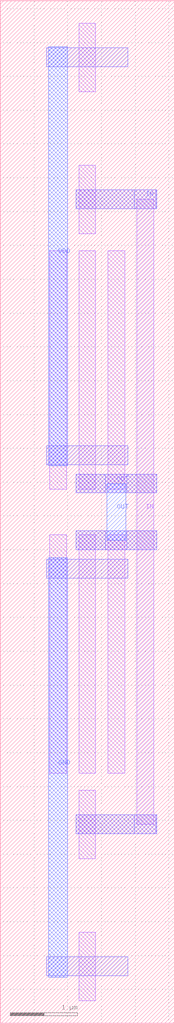
<source format=lef>
MACRO INVERTER
  ORIGIN 0 0 ;
  FOREIGN INVERTER 0 0 ;
  SIZE 2.58 BY 15.12 ;
  PIN IN
    DIRECTION INOUT ;
    USE SIGNAL ;
    PORT 
      LAYER M2 ;
        RECT 1.12 2.8 2.32 3.08 ;
      LAYER M2 ;
        RECT 1.12 12.04 2.32 12.32 ;
      LAYER M2 ;
        RECT 1.99 2.8 2.31 3.08 ;
      LAYER M1 ;
        RECT 2.025 2.94 2.275 12.18 ;
      LAYER M2 ;
        RECT 1.99 12.04 2.31 12.32 ;
    END
  END IN
  PIN GND
    DIRECTION INOUT ;
    USE SIGNAL ;
    PORT 
      LAYER M3 ;
        RECT 0.72 0.68 1 6.88 ;
    END
  END GND
  PIN VDD
    DIRECTION INOUT ;
    USE SIGNAL ;
    PORT 
      LAYER M3 ;
        RECT 0.72 8.24 1 14.44 ;
    END
  END VDD
  PIN OUT
    DIRECTION INOUT ;
    USE SIGNAL ;
    PORT 
      LAYER M2 ;
        RECT 1.12 7 2.32 7.28 ;
      LAYER M2 ;
        RECT 1.12 7.84 2.32 8.12 ;
      LAYER M2 ;
        RECT 1.56 7 1.88 7.28 ;
      LAYER M3 ;
        RECT 1.58 7.14 1.86 7.98 ;
      LAYER M2 ;
        RECT 1.56 7.84 1.88 8.12 ;
    END
  END OUT
  OBS 
  LAYER M1 ;
        RECT 1.165 3.695 1.415 7.225 ;
  LAYER M1 ;
        RECT 1.165 2.435 1.415 3.445 ;
  LAYER M1 ;
        RECT 1.165 0.335 1.415 1.345 ;
  LAYER M1 ;
        RECT 1.595 3.695 1.845 7.225 ;
  LAYER M1 ;
        RECT 0.735 3.695 0.985 7.225 ;
  LAYER M2 ;
        RECT 0.69 0.7 1.89 0.98 ;
  LAYER M2 ;
        RECT 0.69 6.58 1.89 6.86 ;
  LAYER M2 ;
        RECT 1.12 7 2.32 7.28 ;
  LAYER M2 ;
        RECT 1.12 2.8 2.32 3.08 ;
  LAYER M3 ;
        RECT 0.72 0.68 1 6.88 ;
  LAYER M1 ;
        RECT 1.165 7.895 1.415 11.425 ;
  LAYER M1 ;
        RECT 1.165 11.675 1.415 12.685 ;
  LAYER M1 ;
        RECT 1.165 13.775 1.415 14.785 ;
  LAYER M1 ;
        RECT 1.595 7.895 1.845 11.425 ;
  LAYER M1 ;
        RECT 0.735 7.895 0.985 11.425 ;
  LAYER M2 ;
        RECT 0.69 14.14 1.89 14.42 ;
  LAYER M2 ;
        RECT 0.69 8.26 1.89 8.54 ;
  LAYER M2 ;
        RECT 1.12 7.84 2.32 8.12 ;
  LAYER M2 ;
        RECT 1.12 12.04 2.32 12.32 ;
  LAYER M3 ;
        RECT 0.72 8.24 1 14.44 ;
  END 
END INVERTER

</source>
